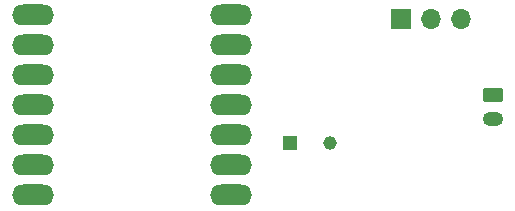
<source format=gbr>
%TF.GenerationSoftware,KiCad,Pcbnew,8.0.8*%
%TF.CreationDate,2025-02-10T00:24:17-08:00*%
%TF.ProjectId,514_final_sensor_pcb,3531345f-6669-46e6-916c-5f73656e736f,rev?*%
%TF.SameCoordinates,Original*%
%TF.FileFunction,Copper,L2,Bot*%
%TF.FilePolarity,Positive*%
%FSLAX46Y46*%
G04 Gerber Fmt 4.6, Leading zero omitted, Abs format (unit mm)*
G04 Created by KiCad (PCBNEW 8.0.8) date 2025-02-10 00:24:17*
%MOMM*%
%LPD*%
G01*
G04 APERTURE LIST*
G04 Aperture macros list*
%AMRoundRect*
0 Rectangle with rounded corners*
0 $1 Rounding radius*
0 $2 $3 $4 $5 $6 $7 $8 $9 X,Y pos of 4 corners*
0 Add a 4 corners polygon primitive as box body*
4,1,4,$2,$3,$4,$5,$6,$7,$8,$9,$2,$3,0*
0 Add four circle primitives for the rounded corners*
1,1,$1+$1,$2,$3*
1,1,$1+$1,$4,$5*
1,1,$1+$1,$6,$7*
1,1,$1+$1,$8,$9*
0 Add four rect primitives between the rounded corners*
20,1,$1+$1,$2,$3,$4,$5,0*
20,1,$1+$1,$4,$5,$6,$7,0*
20,1,$1+$1,$6,$7,$8,$9,0*
20,1,$1+$1,$8,$9,$2,$3,0*%
G04 Aperture macros list end*
%TA.AperFunction,ComponentPad*%
%ADD10RoundRect,0.250000X-0.625000X0.350000X-0.625000X-0.350000X0.625000X-0.350000X0.625000X0.350000X0*%
%TD*%
%TA.AperFunction,ComponentPad*%
%ADD11O,1.750000X1.200000*%
%TD*%
%TA.AperFunction,ComponentPad*%
%ADD12R,1.158000X1.158000*%
%TD*%
%TA.AperFunction,ComponentPad*%
%ADD13C,1.158000*%
%TD*%
%TA.AperFunction,ComponentPad*%
%ADD14O,3.556000X1.778000*%
%TD*%
%TA.AperFunction,ComponentPad*%
%ADD15R,1.700000X1.700000*%
%TD*%
%TA.AperFunction,ComponentPad*%
%ADD16O,1.700000X1.700000*%
%TD*%
G04 APERTURE END LIST*
D10*
%TO.P,BT1,1,+*%
%TO.N,Net-(BT1-+)*%
X112500000Y-64500000D03*
D11*
%TO.P,BT1,2,-*%
%TO.N,Net-(BT1--)*%
X112500000Y-66500000D03*
%TD*%
D12*
%TO.P,R2,1*%
%TO.N,Net-(U2-3V3)*%
X95350000Y-68500000D03*
D13*
%TO.P,R2,2*%
%TO.N,Net-(U2-GPIO1_A0_D0)*%
X98750000Y-68500000D03*
%TD*%
D14*
%TO.P,U2,1,GPIO1_A0_D0*%
%TO.N,Net-(U2-GPIO1_A0_D0)*%
X73618000Y-57730500D03*
%TO.P,U2,2,GPIO2_A1_D1*%
%TO.N,unconnected-(U2-GPIO2_A1_D1-Pad2)*%
X73618000Y-60270500D03*
%TO.P,U2,3,GPIO3_A2_D2*%
%TO.N,unconnected-(U2-GPIO3_A2_D2-Pad3)*%
X73618000Y-62810500D03*
%TO.P,U2,4,GPIO4_A3_D3*%
%TO.N,unconnected-(U2-GPIO4_A3_D3-Pad4)*%
X73618000Y-65350500D03*
%TO.P,U2,5,GPIO4_A3_D3_SDA*%
%TO.N,unconnected-(U2-GPIO4_A3_D3_SDA-Pad5)*%
X73618000Y-67890500D03*
%TO.P,U2,6,GPIO6_A5_D5_SCL*%
%TO.N,unconnected-(U2-GPIO6_A5_D5_SCL-Pad6)*%
X73618000Y-70430500D03*
%TO.P,U2,7,GPIO43_TX_D6*%
%TO.N,unconnected-(U2-GPIO43_TX_D6-Pad7)*%
X73618000Y-72970500D03*
%TO.P,U2,8,5V*%
%TO.N,Net-(SW1-A)*%
X90382000Y-57730500D03*
%TO.P,U2,9,GND*%
%TO.N,Net-(BT1--)*%
X90382000Y-60270500D03*
%TO.P,U2,10,3V3*%
%TO.N,Net-(U2-3V3)*%
X90382000Y-62810500D03*
%TO.P,U2,11,GPIO9_A10_D10_COPI*%
%TO.N,unconnected-(U2-GPIO9_A10_D10_COPI-Pad11)*%
X90382000Y-65350500D03*
%TO.P,U2,12,GPIO8_A9_D9_CIPO*%
%TO.N,unconnected-(U2-GPIO8_A9_D9_CIPO-Pad12)*%
X90382000Y-67890500D03*
%TO.P,U2,13,GPIO7_A8_D8_SCK*%
%TO.N,unconnected-(U2-GPIO7_A8_D8_SCK-Pad13)*%
X90382000Y-70430500D03*
%TO.P,U2,14,GPIO44_D7_RX*%
%TO.N,unconnected-(U2-GPIO44_D7_RX-Pad14)*%
X90382000Y-72970500D03*
%TD*%
D15*
%TO.P,SW1,1,A*%
%TO.N,Net-(SW1-A)*%
X104725000Y-58000000D03*
D16*
%TO.P,SW1,2,B*%
%TO.N,Net-(BT1-+)*%
X107265000Y-58000000D03*
%TO.P,SW1,3,C*%
%TO.N,unconnected-(SW1-C-Pad3)*%
X109805000Y-58000000D03*
%TD*%
M02*

</source>
